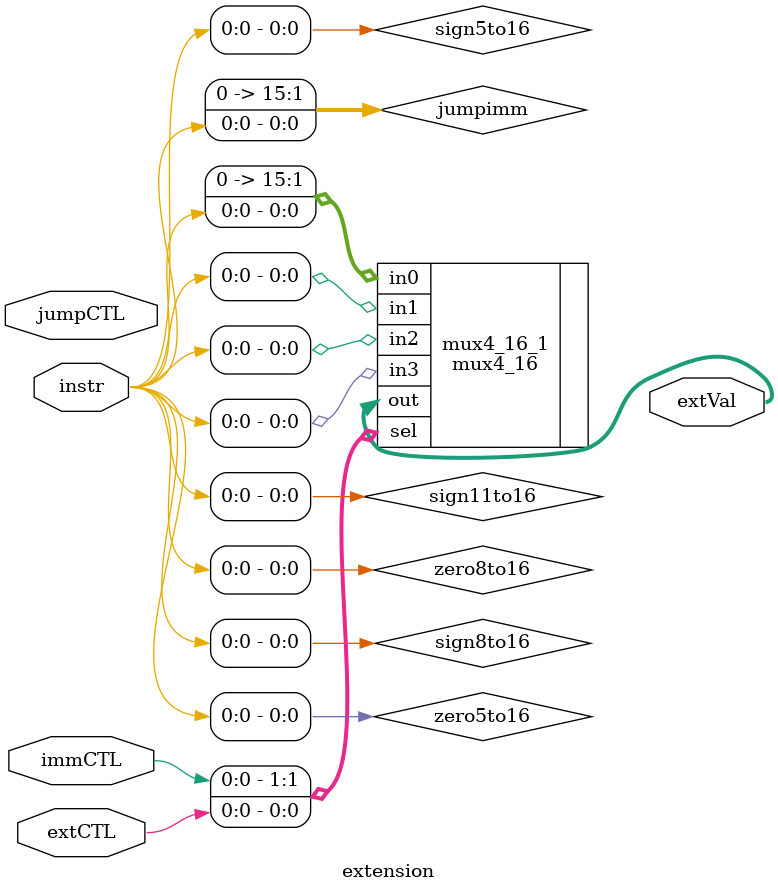
<source format=v>
module extension (instr, immCTL, extCTL, jumpCTL, extVal);
	input	[15:0]	instr;
	input	immCTL, extCTL, jumpCTL;
	output	[15:0]	extVal;
	wire	[15:0]	jumpimm;
	assign sign5to16 = {{11{instr[4]}},instr[4:0]};
    assign zero5to16 = {{11{0}},instr[4:0]};
    assign sign8to16 = {{8{instr[7]}}, instr[7:0]};
    assign zero8to16 = {{8{0}}, instr[7:0]};
    assign sign11to16 = {{5{instr[10]}}, instr[10:0]};

    assign jumpimm = jumpCTL? sign11to16:zero5to16;
    mux4_16 mux4_16_1(.sel({immCTL, extCTL}), .in0(jumpimm), .in1(sign5to16), .in2(zero8to16), .in3(sign8to16), .out(extVal));

endmodule
</source>
